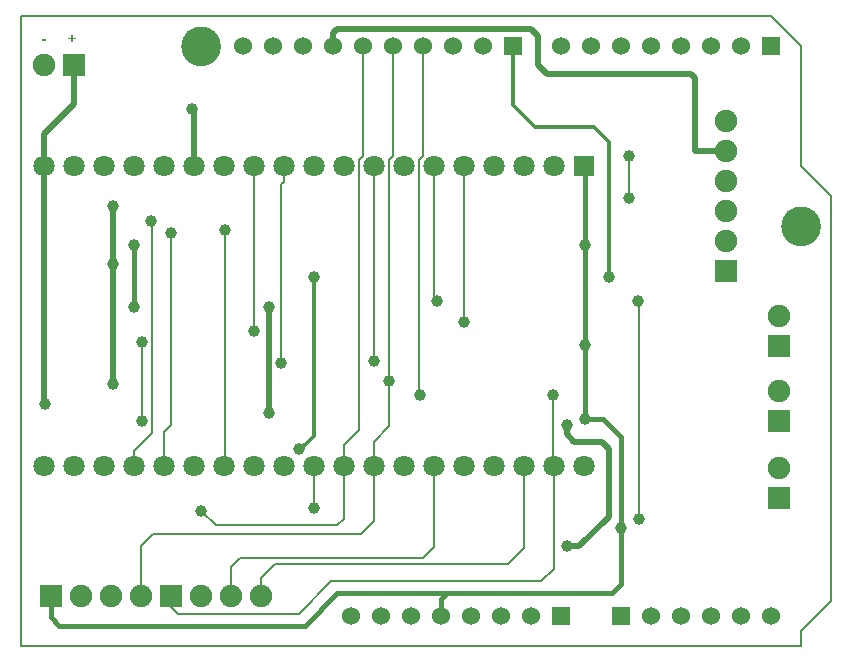
<source format=gbl>
G04*
G04 #@! TF.GenerationSoftware,Altium Limited,Altium Designer,19.0.15 (446)*
G04*
G04 Layer_Physical_Order=2*
G04 Layer_Color=16711680*
%FSLAX44Y44*%
%MOMM*%
G71*
G01*
G75*
%ADD10C,0.1270*%
%ADD15C,0.4000*%
%ADD30C,0.3000*%
%ADD31C,0.2000*%
%ADD32C,0.5000*%
%ADD33C,1.9050*%
%ADD34R,1.9050X1.9050*%
%ADD35R,1.9050X1.9050*%
%ADD36C,1.8000*%
%ADD37R,1.8000X1.8000*%
%ADD38C,3.2000*%
%ADD39C,1.5240*%
%ADD40R,1.5240X1.5240*%
%ADD41C,1.0000*%
G36*
X21188Y512927D02*
X17500D01*
Y514132D01*
X21188D01*
Y512927D01*
D02*
G37*
G36*
X43783Y515368D02*
X46435D01*
Y514248D01*
X43783D01*
Y511574D01*
X42652D01*
Y514248D01*
X40000D01*
Y515368D01*
X42652D01*
Y518020D01*
X43783D01*
Y515368D01*
D02*
G37*
D10*
X676400Y355600D02*
G03*
X676400Y355600I-15999J0D01*
G01*
X168400Y508000D02*
G03*
X168400Y508000I-15999J0D01*
G01*
X660400Y0D02*
Y12700D01*
X685800Y38100D01*
Y381000D01*
X660400Y406400D02*
X685800Y381000D01*
X660400Y406400D02*
Y508000D01*
X635000Y533400D02*
X660400Y508000D01*
X0Y0D02*
Y533400D01*
Y0D02*
X660400D01*
X0Y533400D02*
X635000Y533400D01*
D15*
X477520Y254980D02*
Y340000D01*
Y405130D01*
Y192480D02*
Y254980D01*
X95342Y287408D02*
Y340000D01*
X508000Y100000D02*
Y177000D01*
Y53000D02*
Y100000D01*
X25400Y24600D02*
Y42500D01*
Y24600D02*
X32500Y17500D01*
X240000D01*
X267500Y45000D01*
X360600D01*
X355600Y25400D02*
Y40000D01*
X360600Y45000D01*
X500000D01*
X508000Y53000D01*
X492520Y192480D02*
X508000Y177000D01*
X477520Y192480D02*
X492520D01*
X476250Y406400D02*
X477520Y405130D01*
D30*
X239944Y170550D02*
X240000D01*
X236894Y167500D02*
X239944Y170550D01*
X235000Y167500D02*
X236894D01*
X240000Y170550D02*
X247650Y178200D01*
Y312500D01*
X497500D02*
Y427500D01*
X485000Y440000D02*
X497500Y427500D01*
X435000Y440000D02*
X485000D01*
X416560Y458440D02*
X435000Y440000D01*
X416560Y458440D02*
Y508000D01*
D31*
X285910Y183410D02*
Y411594D01*
X273050Y170550D02*
X285910Y183410D01*
X311310Y225000D02*
Y411594D01*
X298450Y241550D02*
Y406400D01*
Y241550D02*
X299050D01*
X311310Y186310D02*
Y225000D01*
X336710Y213290D02*
Y411594D01*
Y213290D02*
X337500Y212500D01*
X349250Y295750D02*
Y406400D01*
Y295750D02*
X352500Y292500D01*
X374650Y275000D02*
Y406400D01*
X273050Y152400D02*
Y170550D01*
X522500Y292500D02*
X523008Y291992D01*
Y107500D02*
Y291992D01*
X171450Y152400D02*
X172500Y153450D01*
Y352500D01*
X127000Y350000D02*
Y352500D01*
Y187910D02*
Y350000D01*
X120650Y181560D02*
X127000Y187910D01*
X120650Y152400D02*
Y181560D01*
X95250Y152400D02*
Y165250D01*
X111040Y181040D01*
Y358960D01*
X110000Y360000D02*
X111040Y358960D01*
X515000Y380000D02*
Y415000D01*
Y377500D02*
Y380000D01*
X152650Y115000D02*
X165150Y102500D01*
X111600Y95000D02*
X287500D01*
X298450Y105950D01*
X165150Y102500D02*
X267500D01*
X273050Y108050D01*
Y152400D01*
X450850Y65850D02*
Y152400D01*
X440000Y55000D02*
X450850Y65850D01*
X262500Y55000D02*
X440000D01*
X235000Y27500D02*
X262500Y55000D01*
X132500Y27500D02*
X235000D01*
X127000Y33000D02*
X132500Y27500D01*
X127000Y33000D02*
Y42500D01*
X101600D02*
Y85000D01*
X111600Y95000D01*
X298450Y105950D02*
Y152400D01*
X177800Y42500D02*
Y67500D01*
X349250Y84250D02*
Y152400D01*
X177800Y67500D02*
X185300Y75000D01*
X340000D01*
X349250Y84250D01*
X412500Y70000D02*
X425450Y82950D01*
X215000Y70000D02*
X412500D01*
X203200Y58200D02*
X215000Y70000D01*
X203200Y42500D02*
Y58200D01*
X247650Y117350D02*
Y152400D01*
Y115150D02*
Y117350D01*
X425450Y82950D02*
Y152400D01*
X102500Y190500D02*
Y257500D01*
X196850Y267500D02*
Y406400D01*
X222250Y393450D02*
Y406400D01*
X220000Y391200D02*
X222250Y393450D01*
X220000Y240000D02*
Y391200D01*
X298450Y173450D02*
X311310Y186310D01*
X450790Y152460D02*
X450850Y152400D01*
X450790Y152460D02*
Y212500D01*
X298450Y152400D02*
Y173450D01*
X336710Y411594D02*
X340360Y415244D01*
Y508000D01*
X311310Y411594D02*
X314960Y415244D01*
Y508000D01*
X285910Y411594D02*
X289560Y415244D01*
Y508000D01*
D32*
X145000Y453307D02*
Y454660D01*
Y453307D02*
X146050Y452257D01*
Y406400D02*
Y452257D01*
X19050Y406400D02*
Y434050D01*
X44450Y459450D01*
Y492500D01*
X462500Y85000D02*
X472500D01*
X497500Y110000D01*
Y167500D01*
X491550Y173450D02*
X497500Y167500D01*
X468550Y173450D02*
X491550D01*
X462500Y179500D02*
X468550Y173450D01*
X462500Y179500D02*
Y187500D01*
X19050Y205950D02*
X20000Y205000D01*
X19050Y205950D02*
Y406400D01*
X210000Y197500D02*
Y235801D01*
X209960Y235841D02*
X210000Y235801D01*
X209960Y235841D02*
Y287460D01*
X210000Y287500D01*
X77500Y323850D02*
Y372500D01*
Y222500D02*
Y323850D01*
X431800Y522500D02*
X437500Y516800D01*
X264160Y508000D02*
Y519160D01*
X267500Y522500D02*
X431800D01*
X264160Y519160D02*
X267500Y522500D01*
X437500Y492500D02*
Y516800D01*
Y492500D02*
X445000Y485000D01*
X567500D01*
X570900Y481600D01*
Y419100D02*
Y481600D01*
Y419100D02*
X596900D01*
D33*
X19050Y492500D02*
D03*
X152400Y42500D02*
D03*
X177800D02*
D03*
X203200D02*
D03*
X50800D02*
D03*
X76200D02*
D03*
X101600D02*
D03*
X596900Y444500D02*
D03*
Y342900D02*
D03*
Y368300D02*
D03*
Y393700D02*
D03*
Y419100D02*
D03*
X641350Y151130D02*
D03*
Y215900D02*
D03*
Y279400D02*
D03*
D34*
X44450Y492500D02*
D03*
X127000Y42500D02*
D03*
X25400D02*
D03*
D35*
X596900Y317500D02*
D03*
X641350Y125730D02*
D03*
Y190500D02*
D03*
Y254000D02*
D03*
D36*
X19050Y152400D02*
D03*
X44450D02*
D03*
X69850D02*
D03*
X95250D02*
D03*
X120650D02*
D03*
X146050D02*
D03*
X171450D02*
D03*
X196850D02*
D03*
X222250D02*
D03*
X247650D02*
D03*
X273050D02*
D03*
X298450D02*
D03*
X323850D02*
D03*
X349250D02*
D03*
X374650D02*
D03*
X400050D02*
D03*
X425450D02*
D03*
X450850D02*
D03*
X476250D02*
D03*
X19050Y406400D02*
D03*
X44450D02*
D03*
X69850D02*
D03*
X95250D02*
D03*
X120650D02*
D03*
X146050D02*
D03*
X171450D02*
D03*
X196850D02*
D03*
X222250D02*
D03*
X247650D02*
D03*
X273050D02*
D03*
X298450D02*
D03*
X323850D02*
D03*
X349250D02*
D03*
X374650D02*
D03*
X400050D02*
D03*
X425450D02*
D03*
X450850D02*
D03*
D37*
X476250D02*
D03*
D38*
X660400Y355600D02*
D03*
X152400Y508000D02*
D03*
D39*
X406400Y25400D02*
D03*
X431800D02*
D03*
X279400D02*
D03*
X304800D02*
D03*
X330200D02*
D03*
X355600D02*
D03*
X381000D02*
D03*
X584200Y508000D02*
D03*
X609600D02*
D03*
X457200D02*
D03*
X482600D02*
D03*
X508000D02*
D03*
X533400D02*
D03*
X558800D02*
D03*
X187960D02*
D03*
X213360D02*
D03*
X238760D02*
D03*
X264160D02*
D03*
X289560D02*
D03*
X314960D02*
D03*
X340360D02*
D03*
X365760D02*
D03*
X391160D02*
D03*
X635000Y25400D02*
D03*
X609600D02*
D03*
X584200D02*
D03*
X558800D02*
D03*
X533400D02*
D03*
D40*
X457200D02*
D03*
X635000Y508000D02*
D03*
X416560D02*
D03*
X508000Y25400D02*
D03*
D41*
X235000Y167500D02*
D03*
X247650Y312500D02*
D03*
X497500D02*
D03*
X145000Y454660D02*
D03*
X462500Y85000D02*
D03*
Y187500D02*
D03*
X374650Y275000D02*
D03*
X352500Y292500D02*
D03*
X522500D02*
D03*
X523008Y107500D02*
D03*
X299050Y241550D02*
D03*
X20000Y205000D02*
D03*
X210000Y197500D02*
D03*
Y287500D02*
D03*
X172500Y352500D02*
D03*
X127000Y350000D02*
D03*
X110000Y360000D02*
D03*
X77500Y323850D02*
D03*
X95342Y340000D02*
D03*
Y287408D02*
D03*
X515000Y380000D02*
D03*
Y415000D02*
D03*
X77500Y222500D02*
D03*
Y372500D02*
D03*
X152650Y115000D02*
D03*
X247650Y117350D02*
D03*
X102500Y190500D02*
D03*
Y257500D02*
D03*
X508000Y100000D02*
D03*
X477520Y192480D02*
D03*
Y254980D02*
D03*
Y340000D02*
D03*
X196850Y267500D02*
D03*
X220000Y240000D02*
D03*
X311310Y225000D02*
D03*
X450790Y212500D02*
D03*
X337500D02*
D03*
M02*

</source>
